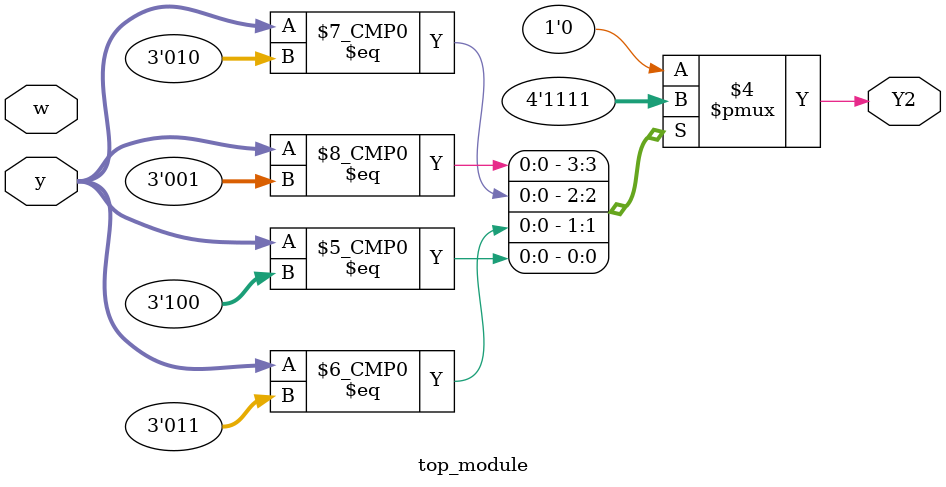
<source format=sv>
module top_module(
	input [3:1] y,
	input w,
	output reg Y2);

	always @(y, w) begin
		case (y)
			3'b000: Y2 = 1'b0; // A -> B
			3'b001: Y2 = 1'b1; // B -> A
			3'b010: Y2 = 1'b1; // C -> D
			3'b011: Y2 = 1'b1; // D -> A
			3'b100: Y2 = 1'b1; // E -> D
			3'b101: Y2 = 1'b0; // F -> D
			default: Y2 = 1'b0; // Default
		endcase
	end

endmodule

</source>
